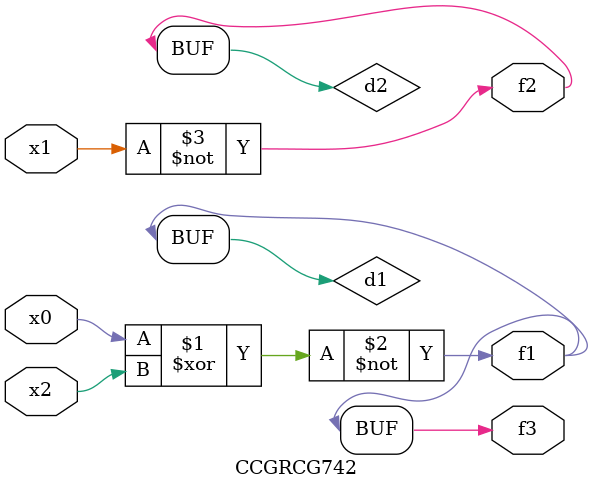
<source format=v>
module CCGRCG742(
	input x0, x1, x2,
	output f1, f2, f3
);

	wire d1, d2, d3;

	xnor (d1, x0, x2);
	nand (d2, x1);
	nor (d3, x1, x2);
	assign f1 = d1;
	assign f2 = d2;
	assign f3 = d1;
endmodule

</source>
